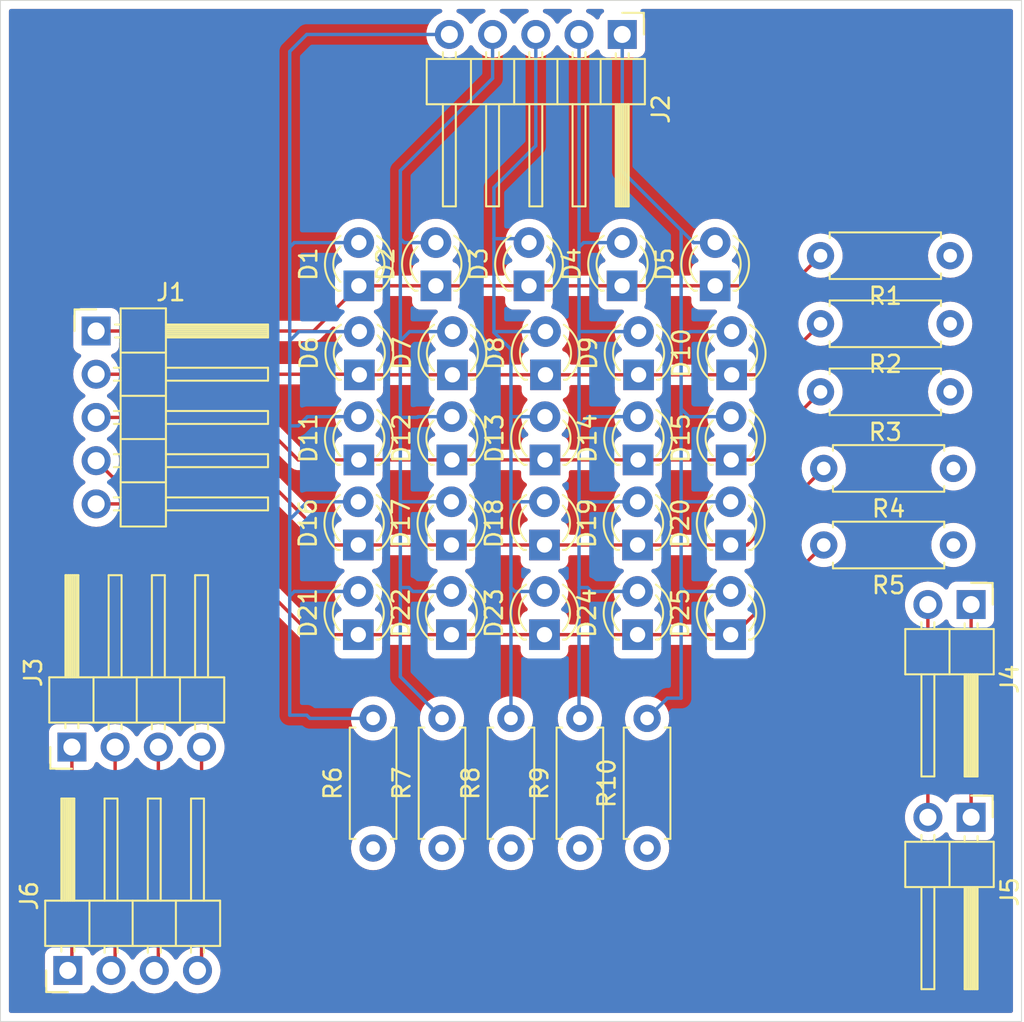
<source format=kicad_pcb>
(kicad_pcb (version 20240108) (generator "pcbnew") (generator_version "8.0")
  (layers (0 "F.Cu" signal) (31 "B.Cu" signal) (34 "B.Paste" user) (35 "F.Paste" user) (36 "B.SilkS" user "B.Silkscreen") (37 "F.SilkS" user "F.Silkscreen") (38 "B.Mask" user) (39 "F.Mask" user) (44 "Edge.Cuts" user))
  (net 0 "")
  (net 1 "Net-(D1-A)")
  (net 2 "Net-(D1-K)")
  (net 3 "Net-(D12-A)")
  (net 4 "Net-(D13-A)")
  (net 5 "Net-(D14-A)")
  (net 6 "Net-(D10-A)")
  (net 7 "Net-(D10-K)")
  (net 8 "Net-(D11-K)")
  (net 9 "Net-(D16-K)")
  (net 10 "Net-(D21-K)")
  (net 11 "Net-(J3-Pin_4)")
  (net 12 "Net-(J3-Pin_1)")
  (net 13 "Net-(J3-Pin_3)")
  (net 14 "Net-(J3-Pin_2)")
  (net 15 "Net-(J4-Pin_2)")
  (net 16 "Net-(J4-Pin_1)")
  (footprint "Resistor_THT:R_Axial_DIN0207_L6.3mm_D2.5mm_P7.62mm_Horizontal" (layer "F.Cu") (at 84.9 99.31 90)
    (property "Reference" "R6" (at 3.81 -2.37 90) (layer "F.SilkS"))
    (property "Value" "R_US")
    (pad "1" thru_hole circle (at 0 0 90) (size 1.6 1.6) (drill 0.8) (layers "*.Cu" "*.Mask"))
    (pad "2" thru_hole oval (at 7.62 0 90) (size 1.6 1.6) (drill 0.8) (layers "*.Cu" "*.Mask") (net 1 "Net-(D1-A)"))
  )
  (footprint "LED_THT:LED_D3.0mm_IRBlack" (layer "F.Cu") (at 84.09 71.5 90)
    (property "Reference" "D6" (at 1.27 -2.96 90) (layer "F.SilkS"))
    (property "Value" "IR204A")
    (pad "1" thru_hole rect (at 0 0 90) (size 1.8 1.8) (drill 0.9) (layers "*.Cu" "*.Mask") (net 7 "Net-(D10-K)"))
    (pad "2" thru_hole circle (at 2.54 0 90) (size 1.8 1.8) (drill 0.9) (layers "*.Cu" "*.Mask") (net 1 "Net-(D1-A)"))
  )
  (footprint "Resistor_THT:R_Axial_DIN0207_L6.3mm_D2.5mm_P7.62mm_Horizontal" (layer "F.Cu") (at 97.05 99.31 90)
    (property "Reference" "R9" (at 3.81 -2.37 90) (layer "F.SilkS"))
    (property "Value" "R_US")
    (pad "1" thru_hole circle (at 0 0 90) (size 1.6 1.6) (drill 0.8) (layers "*.Cu" "*.Mask"))
    (pad "2" thru_hole oval (at 7.62 0 90) (size 1.6 1.6) (drill 0.8) (layers "*.Cu" "*.Mask") (net 5 "Net-(D14-A)"))
  )
  (footprint "Resistor_THT:R_Axial_DIN0207_L6.3mm_D2.5mm_P7.62mm_Horizontal" (layer "F.Cu") (at 119 81.5 180)
    (property "Reference" "R5" (at 3.81 -2.37 360) (layer "F.SilkS"))
    (property "Value" "R_US")
    (pad "1" thru_hole circle (at 0 0 180) (size 1.6 1.6) (drill 0.8) (layers "*.Cu" "*.Mask"))
    (pad "2" thru_hole oval (at 7.62 0 180) (size 1.6 1.6) (drill 0.8) (layers "*.Cu" "*.Mask") (net 10 "Net-(D21-K)"))
  )
  (footprint "Resistor_THT:R_Axial_DIN0207_L6.3mm_D2.5mm_P7.62mm_Horizontal" (layer "F.Cu") (at 118.81 68.5 180)
    (property "Reference" "R2" (at 3.81 -2.37 360) (layer "F.SilkS"))
    (property "Value" "R_US")
    (pad "1" thru_hole circle (at 0 0 180) (size 1.6 1.6) (drill 0.8) (layers "*.Cu" "*.Mask"))
    (pad "2" thru_hole oval (at 7.62 0 180) (size 1.6 1.6) (drill 0.8) (layers "*.Cu" "*.Mask") (net 7 "Net-(D10-K)"))
  )
  (footprint "Resistor_THT:R_Axial_DIN0207_L6.3mm_D2.5mm_P7.62mm_Horizontal" (layer "F.Cu") (at 118.81 64.5 180)
    (property "Reference" "R1" (at 3.81 -2.37 0) (layer "F.SilkS"))
    (property "Value" "R_US")
    (pad "1" thru_hole circle (at 0 0 180) (size 1.6 1.6) (drill 0.8) (layers "*.Cu" "*.Mask"))
    (pad "2" thru_hole oval (at 7.62 0 180) (size 1.6 1.6) (drill 0.8) (layers "*.Cu" "*.Mask") (net 2 "Net-(D1-K)"))
  )
  (footprint "LED_THT:LED_D3.0mm_IRBlack" (layer "F.Cu") (at 84.03 81.5 90)
    (property "Reference" "D16" (at 1.27 -2.96 90) (layer "F.SilkS"))
    (property "Value" "IR204A")
    (pad "1" thru_hole rect (at 0 0 90) (size 1.8 1.8) (drill 0.9) (layers "*.Cu" "*.Mask") (net 9 "Net-(D16-K)"))
    (pad "2" thru_hole circle (at 2.54 0 90) (size 1.8 1.8) (drill 0.9) (layers "*.Cu" "*.Mask") (net 1 "Net-(D1-A)"))
  )
  (footprint "LED_THT:LED_D3.0mm_IRBlack" (layer "F.Cu") (at 89.5 81.5 90)
    (property "Reference" "D17" (at 1.27 -2.96 90) (layer "F.SilkS"))
    (property "Value" "IR204A")
    (pad "1" thru_hole rect (at 0 0 90) (size 1.8 1.8) (drill 0.9) (layers "*.Cu" "*.Mask") (net 9 "Net-(D16-K)"))
    (pad "2" thru_hole circle (at 2.54 0 90) (size 1.8 1.8) (drill 0.9) (layers "*.Cu" "*.Mask") (net 3 "Net-(D12-A)"))
  )
  (footprint "Connector_PinHeader_2.54mm:PinHeader_1x05_P2.54mm_Horizontal" (layer "F.Cu") (at 99.54 51.5 -90)
    (property "Reference" "J2" (at 4.385 -2.27 90) (layer "F.SilkS"))
    (property "Value" "Conn_01x05_Pin")
    (pad "1" thru_hole rect (at 0 0 270) (size 1.7 1.7) (drill 1) (layers "*.Cu" "*.Mask") (net 6 "Net-(D10-A)"))
    (pad "2" thru_hole oval (at 0 2.54 270) (size 1.7 1.7) (drill 1) (layers "*.Cu" "*.Mask") (net 5 "Net-(D14-A)"))
    (pad "3" thru_hole oval (at 0 5.08 270) (size 1.7 1.7) (drill 1) (layers "*.Cu" "*.Mask") (net 4 "Net-(D13-A)"))
    (pad "4" thru_hole oval (at 0 7.62 270) (size 1.7 1.7) (drill 1) (layers "*.Cu" "*.Mask") (net 3 "Net-(D12-A)"))
    (pad "5" thru_hole oval (at 0 10.16 270) (size 1.7 1.7) (drill 1) (layers "*.Cu" "*.Mask") (net 1 "Net-(D1-A)"))
  )
  (footprint "LED_THT:LED_D3.0mm_IRBlack" (layer "F.Cu") (at 94.97 86.77 90)
    (property "Reference" "D23" (at 1.27 -2.96 90) (layer "F.SilkS"))
    (property "Value" "IR204A")
    (pad "1" thru_hole rect (at 0 0 90) (size 1.8 1.8) (drill 0.9) (layers "*.Cu" "*.Mask") (net 10 "Net-(D21-K)"))
    (pad "2" thru_hole circle (at 2.54 0 90) (size 1.8 1.8) (drill 0.9) (layers "*.Cu" "*.Mask") (net 4 "Net-(D13-A)"))
  )
  (footprint "LED_THT:LED_D3.0mm_IRBlack" (layer "F.Cu") (at 100.47 76.5 90)
    (property "Reference" "D14" (at 1.27 -2.96 90) (layer "F.SilkS"))
    (property "Value" "IR204A")
    (pad "1" thru_hole rect (at 0 0 90) (size 1.8 1.8) (drill 0.9) (layers "*.Cu" "*.Mask") (net 8 "Net-(D11-K)"))
    (pad "2" thru_hole circle (at 2.54 0 90) (size 1.8 1.8) (drill 0.9) (layers "*.Cu" "*.Mask") (net 5 "Net-(D14-A)"))
  )
  (footprint "LED_THT:LED_D3.0mm_IRBlack" (layer "F.Cu") (at 105.97 71.5 90)
    (property "Reference" "D10" (at 1.27 -2.96 90) (layer "F.SilkS"))
    (property "Value" "IR204A")
    (pad "1" thru_hole rect (at 0 0 90) (size 1.8 1.8) (drill 0.9) (layers "*.Cu" "*.Mask") (net 7 "Net-(D10-K)"))
    (pad "2" thru_hole circle (at 2.54 0 90) (size 1.8 1.8) (drill 0.9) (layers "*.Cu" "*.Mask") (net 6 "Net-(D10-A)"))
  )
  (footprint "LED_THT:LED_D3.0mm_IRBlack" (layer "F.Cu") (at 84.06 66.27 90)
    (property "Reference" "D1" (at 1.27 -2.96 90) (layer "F.SilkS"))
    (property "Value" "IR204A")
    (pad "1" thru_hole rect (at 0 0 90) (size 1.8 1.8) (drill 0.9) (layers "*.Cu" "*.Mask") (net 2 "Net-(D1-K)"))
    (pad "2" thru_hole circle (at 2.54 0 90) (size 1.8 1.8) (drill 0.9) (layers "*.Cu" "*.Mask") (net 1 "Net-(D1-A)"))
  )
  (footprint "Connector_PinHeader_2.54mm:PinHeader_1x04_P2.54mm_Horizontal" (layer "F.Cu") (at 67.2 93.375 90)
    (property "Reference" "J3" (at 4.385 -2.27 90) (layer "F.SilkS"))
    (property "Value" "Conn_01x04_Pin")
    (pad "1" thru_hole rect (at 0 0 90) (size 1.7 1.7) (drill 1) (layers "*.Cu" "*.Mask") (net 12 "Net-(J3-Pin_1)"))
    (pad "2" thru_hole oval (at 0 2.54 90) (size 1.7 1.7) (drill 1) (layers "*.Cu" "*.Mask") (net 14 "Net-(J3-Pin_2)"))
    (pad "3" thru_hole oval (at 0 5.08 90) (size 1.7 1.7) (drill 1) (layers "*.Cu" "*.Mask") (net 13 "Net-(J3-Pin_3)"))
    (pad "4" thru_hole oval (at 0 7.62 90) (size 1.7 1.7) (drill 1) (layers "*.Cu" "*.Mask") (net 11 "Net-(J3-Pin_4)"))
  )
  (footprint "LED_THT:LED_D3.0mm_IRBlack" (layer "F.Cu") (at 95 76.5 90)
    (property "Reference" "D13" (at 1.27 -2.96 90) (layer "F.SilkS"))
    (property "Value" "IR204A")
    (pad "1" thru_hole rect (at 0 0 90) (size 1.8 1.8) (drill 0.9) (layers "*.Cu" "*.Mask") (net 8 "Net-(D11-K)"))
    (pad "2" thru_hole circle (at 2.54 0 90) (size 1.8 1.8) (drill 0.9) (layers "*.Cu" "*.Mask") (net 4 "Net-(D13-A)"))
  )
  (footprint "LED_THT:LED_D3.0mm_IRBlack" (layer "F.Cu") (at 88.59 66.27 90)
    (property "Reference" "D2" (at 1.27 -2.96 90) (layer "F.SilkS"))
    (property "Value" "IR204A")
    (pad "1" thru_hole rect (at 0 0 90) (size 1.8 1.8) (drill 0.9) (layers "*.Cu" "*.Mask") (net 2 "Net-(D1-K)"))
    (pad "2" thru_hole circle (at 2.54 0 90) (size 1.8 1.8) (drill 0.9) (layers "*.Cu" "*.Mask") (net 3 "Net-(D12-A)"))
  )
  (footprint "LED_THT:LED_D3.0mm_IRBlack" (layer "F.Cu") (at 84.06 76.5 90)
    (property "Reference" "D11" (at 1.27 -2.96 90) (layer "F.SilkS"))
    (property "Value" "IR204A")
    (pad "1" thru_hole rect (at 0 0 90) (size 1.8 1.8) (drill 0.9) (layers "*.Cu" "*.Mask") (net 8 "Net-(D11-K)"))
    (pad "2" thru_hole circle (at 2.54 0 90) (size 1.8 1.8) (drill 0.9) (layers "*.Cu" "*.Mask") (net 1 "Net-(D1-A)"))
  )
  (footprint "LED_THT:LED_D3.0mm_IRBlack" (layer "F.Cu") (at 105.94 76.5 90)
    (property "Reference" "D15" (at 1.27 -2.96 90) (layer "F.SilkS"))
    (property "Value" "IR204A")
    (pad "1" thru_hole rect (at 0 0 90) (size 1.8 1.8) (drill 0.9) (layers "*.Cu" "*.Mask") (net 8 "Net-(D11-K)"))
    (pad "2" thru_hole circle (at 2.54 0 90) (size 1.8 1.8) (drill 0.9) (layers "*.Cu" "*.Mask") (net 6 "Net-(D10-A)"))
  )
  (footprint "LED_THT:LED_D3.0mm_IRBlack" (layer "F.Cu") (at 100.44 86.77 90)
    (property "Reference" "D24" (at 1.27 -2.96 90) (layer "F.SilkS"))
    (property "Value" "IR204A")
    (pad "1" thru_hole rect (at 0 0 90) (size 1.8 1.8) (drill 0.9) (layers "*.Cu" "*.Mask") (net 10 "Net-(D21-K)"))
    (pad "2" thru_hole circle (at 2.54 0 90) (size 1.8 1.8) (drill 0.9) (layers "*.Cu" "*.Mask") (net 5 "Net-(D14-A)"))
  )
  (footprint "Resistor_THT:R_Axial_DIN0207_L6.3mm_D2.5mm_P7.62mm_Horizontal" (layer "F.Cu") (at 88.95 99.31 90)
    (property "Reference" "R7" (at 3.81 -2.37 90) (layer "F.SilkS"))
    (property "Value" "R_US")
    (pad "1" thru_hole circle (at 0 0 90) (size 1.6 1.6) (drill 0.8) (layers "*.Cu" "*.Mask"))
    (pad "2" thru_hole oval (at 7.62 0 90) (size 1.6 1.6) (drill 0.8) (layers "*.Cu" "*.Mask") (net 3 "Net-(D12-A)"))
  )
  (footprint "LED_THT:LED_D3.0mm_IRBlack" (layer "F.Cu") (at 84.03 86.77 90)
    (property "Reference" "D21" (at 1.27 -2.96 90) (layer "F.SilkS"))
    (property "Value" "IR204A")
    (pad "1" thru_hole rect (at 0 0 90) (size 1.8 1.8) (drill 0.9) (layers "*.Cu" "*.Mask") (net 10 "Net-(D21-K)"))
    (pad "2" thru_hole circle (at 2.54 0 90) (size 1.8 1.8) (drill 0.9) (layers "*.Cu" "*.Mask") (net 1 "Net-(D1-A)"))
  )
  (footprint "LED_THT:LED_D3.0mm_IRBlack" (layer "F.Cu") (at 94.97 81.5 90)
    (property "Reference" "D18" (at 1.27 -2.96 90) (layer "F.SilkS"))
    (property "Value" "IR204A")
    (pad "1" thru_hole rect (at 0 0 90) (size 1.8 1.8) (drill 0.9) (layers "*.Cu" "*.Mask") (net 9 "Net-(D16-K)"))
    (pad "2" thru_hole circle (at 2.54 0 90) (size 1.8 1.8) (drill 0.9) (layers "*.Cu" "*.Mask") (net 4 "Net-(D13-A)"))
  )
  (footprint "LED_THT:LED_D3.0mm_IRBlack" (layer "F.Cu") (at 100.5 71.5 90)
    (property "Reference" "D9" (at 1.27 -2.96 90) (layer "F.SilkS"))
    (property "Value" "IR204A")
    (pad "1" thru_hole rect (at 0 0 90) (size 1.8 1.8) (drill 0.9) (layers "*.Cu" "*.Mask") (net 7 "Net-(D10-K)"))
    (pad "2" thru_hole circle (at 2.54 0 90) (size 1.8 1.8) (drill 0.9) (layers "*.Cu" "*.Mask") (net 5 "Net-(D14-A)"))
  )
  (footprint "LED_THT:LED_D3.0mm_IRBlack" (layer "F.Cu") (at 99.53 66.27 90)
    (property "Reference" "D4" (at 1.27 -2.96 90) (layer "F.SilkS"))
    (property "Value" "IR204A")
    (pad "1" thru_hole rect (at 0 0 90) (size 1.8 1.8) (drill 0.9) (layers "*.Cu" "*.Mask") (net 2 "Net-(D1-K)"))
    (pad "2" thru_hole circle (at 2.54 0 90) (size 1.8 1.8) (drill 0.9) (layers "*.Cu" "*.Mask") (net 5 "Net-(D14-A)"))
  )
  (footprint "Resistor_THT:R_Axial_DIN0207_L6.3mm_D2.5mm_P7.62mm_Horizontal" (layer "F.Cu") (at 118.81 72.5 180)
    (property "Reference" "R3" (at 3.81 -2.37 360) (layer "F.SilkS"))
    (property "Value" "R_US")
    (pad "1" thru_hole circle (at 0 0 180) (size 1.6 1.6) (drill 0.8) (layers "*.Cu" "*.Mask"))
    (pad "2" thru_hole oval (at 7.62 0 180) (size 1.6 1.6) (drill 0.8) (layers "*.Cu" "*.Mask") (net 8 "Net-(D11-K)"))
  )
  (footprint "LED_THT:LED_D3.0mm_IRBlack" (layer "F.Cu") (at 89.56 71.5 90)
    (property "Reference" "D7" (at 1.27 -2.96 90) (layer "F.SilkS"))
    (property "Value" "IR204A")
    (pad "1" thru_hole rect (at 0 0 90) (size 1.8 1.8) (drill 0.9) (layers "*.Cu" "*.Mask") (net 7 "Net-(D10-K)"))
    (pad "2" thru_hole circle (at 2.54 0 90) (size 1.8 1.8) (drill 0.9) (layers "*.Cu" "*.Mask") (net 3 "Net-(D12-A)"))
  )
  (footprint "Resistor_THT:R_Axial_DIN0207_L6.3mm_D2.5mm_P7.62mm_Horizontal" (layer "F.Cu") (at 101 99.31 90)
    (property "Reference" "R10" (at 3.81 -2.37 90) (layer "F.SilkS"))
    (property "Value" "R_US")
    (pad "1" thru_hole circle (at 0 0 90) (size 1.6 1.6) (drill 0.8) (layers "*.Cu" "*.Mask"))
    (pad "2" thru_hole oval (at 7.62 0 90) (size 1.6 1.6) (drill 0.8) (layers "*.Cu" "*.Mask") (net 6 "Net-(D10-A)"))
  )
  (footprint "Connector_PinHeader_2.54mm:PinHeader_1x02_P2.54mm_Horizontal" (layer "F.Cu") (at 120.04 85 -90)
    (property "Reference" "J4" (at 4.385 -2.27 90) (layer "F.SilkS"))
    (property "Value" "Conn_01x02_Pin")
    (pad "1" thru_hole rect (at 0 0 270) (size 1.7 1.7) (drill 1) (layers "*.Cu" "*.Mask") (net 16 "Net-(J4-Pin_1)"))
    (pad "2" thru_hole oval (at 0 2.54 270) (size 1.7 1.7) (drill 1) (layers "*.Cu" "*.Mask") (net 15 "Net-(J4-Pin_2)"))
  )
  (footprint "LED_THT:LED_D3.0mm_IRBlack" (layer "F.Cu") (at 100.44 81.5 90)
    (property "Reference" "D19" (at 1.27 -2.96 90) (layer "F.SilkS"))
    (property "Value" "IR204A")
    (pad "1" thru_hole rect (at 0 0 90) (size 1.8 1.8) (drill 0.9) (layers "*.Cu" "*.Mask") (net 9 "Net-(D16-K)"))
    (pad "2" thru_hole circle (at 2.54 0 90) (size 1.8 1.8) (drill 0.9) (layers "*.Cu" "*.Mask") (net 5 "Net-(D14-A)"))
  )
  (footprint "LED_THT:LED_D3.0mm_IRBlack" (layer "F.Cu") (at 89.53 76.5 90)
    (property "Reference" "D12" (at 1.27 -2.96 90) (layer "F.SilkS"))
    (property "Value" "IR204A")
    (pad "1" thru_hole rect (at 0 0 90) (size 1.8 1.8) (drill 0.9) (layers "*.Cu" "*.Mask") (net 8 "Net-(D11-K)"))
    (pad "2" thru_hole circle (at 2.54 0 90) (size 1.8 1.8) (drill 0.9) (layers "*.Cu" "*.Mask") (net 3 "Net-(D12-A)"))
  )
  (footprint "LED_THT:LED_D3.0mm_IRBlack" (layer "F.Cu") (at 105.91 86.77 90)
    (property "Reference" "D25" (at 1.27 -2.96 90) (layer "F.SilkS"))
    (property "Value" "IR204A")
    (pad "1" thru_hole rect (at 0 0 90) (size 1.8 1.8) (drill 0.9) (layers "*.Cu" "*.Mask") (net 10 "Net-(D21-K)"))
    (pad "2" thru_hole circle (at 2.54 0 90) (size 1.8 1.8) (drill 0.9) (layers "*.Cu" "*.Mask") (net 6 "Net-(D10-A)"))
  )
  (footprint "LED_THT:LED_D3.0mm_IRBlack" (layer "F.Cu") (at 89.5 86.77 90)
    (property "Reference" "D22" (at 1.27 -2.96 90) (layer "F.SilkS"))
    (property "Value" "IR204A")
    (pad "1" thru_hole rect (at 0 0 90) (size 1.8 1.8) (drill 0.9) (layers "*.Cu" "*.Mask") (net 10 "Net-(D21-K)"))
    (pad "2" thru_hole circle (at 2.54 0 90) (size 1.8 1.8) (drill 0.9) (layers "*.Cu" "*.Mask") (net 3 "Net-(D12-A)"))
  )
  (footprint "LED_THT:LED_D3.0mm_IRBlack" (layer "F.Cu") (at 105 66.27 90)
    (property "Reference" "D5" (at 1.27 -2.96 90) (layer "F.SilkS"))
    (property "Value" "IR204A")
    (pad "1" thru_hole rect (at 0 0 90) (size 1.8 1.8) (drill 0.9) (layers "*.Cu" "*.Mask") (net 2 "Net-(D1-K)"))
    (pad "2" thru_hole circle (at 2.54 0 90) (size 1.8 1.8) (drill 0.9) (layers "*.Cu" "*.Mask") (net 6 "Net-(D10-A)"))
  )
  (footprint "LED_THT:LED_D3.0mm_IRBlack" (layer "F.Cu") (at 95.03 71.5 90)
    (property "Reference" "D8" (at 1.27 -2.96 90) (layer "F.SilkS"))
    (property "Value" "IR204A")
    (pad "1" thru_hole rect (at 0 0 90) (size 1.8 1.8) (drill 0.9) (layers "*.Cu" "*.Mask") (net 7 "Net-(D10-K)"))
    (pad "2" thru_hole circle (at 2.54 0 90) (size 1.8 1.8) (drill 0.9) (layers "*.Cu" "*.Mask") (net 4 "Net-(D13-A)"))
  )
  (footprint "Connector_PinHeader_2.54mm:PinHeader_1x04_P2.54mm_Horizontal" (layer "F.Cu") (at 66.96 106.5 90)
    (property "Reference" "J6" (at 4.385 -2.27 90) (layer "F.SilkS"))
    (property "Value" "Conn_01x04_Pin")
    (pad "1" thru_hole rect (at 0 0 90) (size 1.7 1.7) (drill 1) (layers "*.Cu" "*.Mask") (net 12 "Net-(J3-Pin_1)"))
    (pad "2" thru_hole oval (at 0 2.54 90) (size 1.7 1.7) (drill 1) (layers "*.Cu" "*.Mask") (net 14 "Net-(J3-Pin_2)"))
    (pad "3" thru_hole oval (at 0 5.08 90) (size 1.7 1.7) (drill 1) (layers "*.Cu" "*.Mask") (net 13 "Net-(J3-Pin_3)"))
    (pad "4" thru_hole oval (at 0 7.62 90) (size 1.7 1.7) (drill 1) (layers "*.Cu" "*.Mask") (net 11 "Net-(J3-Pin_4)"))
  )
  (footprint "Resistor_THT:R_Axial_DIN0207_L6.3mm_D2.5mm_P7.62mm_Horizontal" (layer "F.Cu") (at 119 77 180)
    (property "Reference" "R4" (at 3.81 -2.37 360) (layer "F.SilkS"))
    (property "Value" "R_US")
    (pad "1" thru_hole circle (at 0 0 180) (size 1.6 1.6) (drill 0.8) (layers "*.Cu" "*.Mask"))
    (pad "2" thru_hole oval (at 7.62 0 180) (size 1.6 1.6) (drill 0.8) (layers "*.Cu" "*.Mask") (net 9 "Net-(D16-K)"))
  )
  (footprint "Connector_PinHeader_2.54mm:PinHeader_1x05_P2.54mm_Horizontal" (layer "F.Cu") (at 68.625 68.925)
    (property "Reference" "J1" (at 4.385 -2.27 360) (layer "F.SilkS"))
    (property "Value" "Conn_01x05_Pin")
    (pad "1" thru_hole rect (at 0 0) (size 1.7 1.7) (drill 1) (layers "*.Cu" "*.Mask") (net 2 "Net-(D1-K)"))
    (pad "2" thru_hole oval (at 0 2.54) (size 1.7 1.7) (drill 1) (layers "*.Cu" "*.Mask") (net 7 "Net-(D10-K)"))
    (pad "3" thru_hole oval (at 0 5.08) (size 1.7 1.7) (drill 1) (layers "*.Cu" "*.Mask") (net 8 "Net-(D11-K)"))
    (pad "4" thru_hole oval (at 0 7.62) (size 1.7 1.7) (drill 1) (layers "*.Cu" "*.Mask") (net 9 "Net-(D16-K)"))
    (pad "5" thru_hole oval (at 0 10.16) (size 1.7 1.7) (drill 1) (layers "*.Cu" "*.Mask") (net 10 "Net-(D21-K)"))
  )
  (footprint "Resistor_THT:R_Axial_DIN0207_L6.3mm_D2.5mm_P7.62mm_Horizontal" (layer "F.Cu") (at 93 99.31 90)
    (property "Reference" "R8" (at 3.81 -2.37 90) (layer "F.SilkS"))
    (property "Value" "R_US")
    (pad "1" thru_hole circle (at 0 0 90) (size 1.6 1.6) (drill 0.8) (layers "*.Cu" "*.Mask"))
    (pad "2" thru_hole oval (at 7.62 0 90) (size 1.6 1.6) (drill 0.8) (layers "*.Cu" "*.Mask") (net 4 "Net-(D13-A)"))
  )
  (footprint "LED_THT:LED_D3.0mm_IRBlack" (layer "F.Cu") (at 105.91 81.5 90)
    (property "Reference" "D20" (at 1.27 -2.96 90) (layer "F.SilkS"))
    (property "Value" "IR204A")
    (pad "1" thru_hole rect (at 0 0 90) (size 1.8 1.8) (drill 0.9) (layers "*.Cu" "*.Mask") (net 9 "Net-(D16-K)"))
    (pad "2" thru_hole circle (at 2.54 0 90) (size 1.8 1.8) (drill 0.9) (layers "*.Cu" "*.Mask") (net 6 "Net-(D10-A)"))
  )
  (footprint "LED_THT:LED_D3.0mm_IRBlack" (layer "F.Cu") (at 94.06 66.27 90)
    (property "Reference" "D3" (at 1.27 -2.96 90) (layer "F.SilkS"))
    (property "Value" "IR204A")
    (pad "1" thru_hole rect (at 0 0 90) (size 1.8 1.8) (drill 0.9) (layers "*.Cu" "*.Mask") (net 2 "Net-(D1-K)"))
    (pad "2" thru_hole circle (at 2.54 0 90) (size 1.8 1.8) (drill 0.9) (layers "*.Cu" "*.Mask") (net 4 "Net-(D13-A)"))
  )
  (footprint "Connector_PinHeader_2.54mm:PinHeader_1x02_P2.54mm_Horizontal" (layer "F.Cu") (at 120.04 97.5 -90)
    (property "Reference" "J5" (at 4.385 -2.27 90) (layer "F.SilkS"))
    (property "Value" "Conn_01x02_Pin")
    (pad "1" thru_hole rect (at 0 0 270) (size 1.7 1.7) (drill 1) (layers "*.Cu" "*.Mask") (net 16 "Net-(J4-Pin_1)"))
    (pad "2" thru_hole oval (at 0 2.54 270) (size 1.7 1.7) (drill 1) (layers "*.Cu" "*.Mask") (net 15 "Net-(J4-Pin_2)"))
  )
  (gr_rect (start 63 49.5) (end 123 109.5) (stroke (width 0.05)) (fill none) (layer "Edge.Cuts"))
  (segment (start 80 84.5) (end 80.27 84.23) (width 0.2) (layer "B.Cu") (net 1))
  (segment (start 80 91.5) (end 81 91.5) (width 0.2) (layer "B.Cu") (net 1))
  (segment (start 80.27 63.73) (end 84.06 63.73) (width 0.2) (layer "B.Cu") (net 1))
  (segment (start 80 74.5) (end 80.5 74.5) (width 0.2) (layer "B.Cu") (net 1))
  (segment (start 81.19 91.69) (end 84.9 91.69) (width 0.2) (layer "B.Cu") (net 1))
  (segment (start 80 74.5) (end 80 80) (width 0.2) (layer "B.Cu") (net 1))
  (segment (start 81.04 78.96) (end 84.03 78.96) (width 0.2) (layer "B.Cu") (net 1))
  (segment (start 80 80) (end 80 84.5) (width 0.2) (layer "B.Cu") (net 1))
  (segment (start 80 64) (end 80.27 63.73) (width 0.2) (layer "B.Cu") (net 1))
  (segment (start 80 69.5) (end 80.54 68.96) (width 0.2) (layer "B.Cu") (net 1))
  (segment (start 80 69.5) (end 80 74.5) (width 0.2) (layer "B.Cu") (net 1))
  (segment (start 81.04 73.96) (end 84.06 73.96) (width 0.2) (layer "B.Cu") (net 1))
  (segment (start 80 64) (end 80 69.5) (width 0.2) (layer "B.Cu") (net 1))
  (segment (start 80 80) (end 81.04 78.96) (width 0.2) (layer "B.Cu") (net 1))
  (segment (start 80 52.5) (end 80 64) (width 0.2) (layer "B.Cu") (net 1))
  (segment (start 80.5 74.5) (end 81.04 73.96) (width 0.2) (layer "B.Cu") (net 1))
  (segment (start 80 84.5) (end 80 91.5) (width 0.2) (layer "B.Cu") (net 1))
  (segment (start 89.38 51.5) (end 81 51.5) (width 0.2) (layer "B.Cu") (net 1))
  (segment (start 81 51.5) (end 80 52.5) (width 0.2) (layer "B.Cu") (net 1))
  (segment (start 80.54 68.96) (end 84.09 68.96) (width 0.2) (layer "B.Cu") (net 1))
  (segment (start 81 91.5) (end 81.19 91.69) (width 0.2) (layer "B.Cu") (net 1))
  (segment (start 80.27 84.23) (end 84.03 84.23) (width 0.2) (layer "B.Cu") (net 1))
  (segment (start 105 66.27) (end 109.42 66.27) (width 0.2) (layer "F.Cu") (net 2))
  (segment (start 94.06 66.27) (end 99.53 66.27) (width 0.2) (layer "F.Cu") (net 2))
  (segment (start 81.405 68.925) (end 84.06 66.27) (width 0.2) (layer "F.Cu") (net 2))
  (segment (start 99.53 66.27) (end 105 66.27) (width 0.2) (layer "F.Cu") (net 2))
  (segment (start 109.42 66.27) (end 111.19 64.5) (width 0.2) (layer "F.Cu") (net 2))
  (segment (start 84.06 66.27) (end 88.59 66.27) (width 0.2) (layer "F.Cu") (net 2))
  (segment (start 88.59 66.27) (end 94.06 66.27) (width 0.2) (layer "F.Cu") (net 2))
  (segment (start 68.625 68.925) (end 81.405 68.925) (width 0.2) (layer "F.Cu") (net 2))
  (segment (start 86.5 79) (end 86.54 78.96) (width 0.2) (layer "B.Cu") (net 3))
  (segment (start 86.5 59.5) (end 86.5 63.5) (width 0.2) (layer "B.Cu") (net 3))
  (segment (start 91.92 51.5) (end 91.92 54.08) (width 0.2) (layer "B.Cu") (net 3))
  (segment (start 86.5 69.5) (end 87.04 68.96) (width 0.2) (layer "B.Cu") (net 3))
  (segment (start 87.23 84.23) (end 89.5 84.23) (width 0.2) (layer "B.Cu") (net 3))
  (segment (start 86.73 63.73) (end 88.59 63.73) (width 0.2) (layer "B.Cu") (net 3))
  (segment (start 86.5 74) (end 87.5 74) (width 0.2) (layer "B.Cu") (net 3))
  (segment (start 86.5 63.5) (end 86.73 63.73) (width 0.2) (layer "B.Cu") (net 3))
  (segment (start 86.54 78.96) (end 89.5 78.96) (width 0.2) (layer "B.Cu") (net 3))
  (segment (start 87 84) (end 87.23 84.23) (width 0.2) (layer "B.Cu") (net 3))
  (segment (start 86.5 84) (end 87 84) (width 0.2) (layer "B.Cu") (net 3))
  (segment (start 87.54 73.96) (end 89.53 73.96) (width 0.2) (layer "B.Cu") (net 3))
  (segment (start 86.5 69.5) (end 86.5 74) (width 0.2) (layer "B.Cu") (net 3))
  (segment (start 86.5 84) (end 86.5 89.24) (width 0.2) (layer "B.Cu") (net 3))
  (segment (start 86.5 79) (end 86.5 84) (width 0.2) (layer "B.Cu") (net 3))
  (segment (start 87.5 74) (end 87.54 73.96) (width 0.2) (layer "B.Cu") (net 3))
  (segment (start 86.5 89.24) (end 88.95 91.69) (width 0.2) (layer "B.Cu") (net 3))
  (segment (start 87.04 68.96) (end 89.56 68.96) (width 0.2) (layer "B.Cu") (net 3))
  (segment (start 91.92 54.08) (end 86.5 59.5) (width 0.2) (layer "B.Cu") (net 3))
  (segment (start 86.5 63.5) (end 86.5 69.5) (width 0.2) (layer "B.Cu") (net 3))
  (segment (start 86.5 74) (end 86.5 79) (width 0.2) (layer "B.Cu") (net 3))
  (segment (start 93.04 78.96) (end 94.97 78.96) (width 0.2) (layer "B.Cu") (net 4))
  (segment (start 93 79) (end 93.04 78.96) (width 0.2) (layer "B.Cu") (net 4))
  (segment (start 93 74.5) (end 93 74) (width 0.2) (layer "B.Cu") (net 4))
  (segment (start 92 63.5) (end 93.83 63.5) (width 0.2) (layer "B.Cu") (net 4))
  (segment (start 93.23 84.23) (end 94.97 84.23) (width 0.2) (layer "B.Cu") (net 4))
  (segment (start 94.46 58.04) (end 92 60.5) (width 0.2) (layer "B.Cu") (net 4))
  (segment (start 93 84) (end 93 91.69) (width 0.2) (layer "B.Cu") (net 4))
  (segment (start 93 84) (end 93.23 84.23) (width 0.2) (layer "B.Cu") (net 4))
  (segment (start 92 60.5) (end 92 63.5) (width 0.2) (layer "B.Cu") (net 4))
  (segment (start 93 79) (end 93 84) (width 0.2) (layer "B.Cu") (net 4))
  (segment (start 93.83 63.5) (end 94.06 63.73) (width 0.2) (layer "B.Cu") (net 4))
  (segment (start 92 69) (end 93 70) (width 0.2) (layer "B.Cu") (net 4))
  (segment (start 93.04 73.96) (end 95 73.96) (width 0.2) (layer "B.Cu") (net 4))
  (segment (start 92 63.5) (end 92 69) (width 0.2) (layer "B.Cu") (net 4))
  (segment (start 93 74) (end 93.04 73.96) (width 0.2) (layer "B.Cu") (net 4))
  (segment (start 92.04 68.96) (end 95.03 68.96) (width 0.2) (layer "B.Cu") (net 4))
  (segment (start 94.46 51.5) (end 94.46 58.04) (width 0.2) (layer "B.Cu") (net 4))
  (segment (start 92 69) (end 92.04 68.96) (width 0.2) (layer "B.Cu") (net 4))
  (segment (start 93 70) (end 93 74.5) (width 0.2) (layer "B.Cu") (net 4))
  (segment (start 93 74.5) (end 93 79) (width 0.2) (layer "B.Cu") (net 4))
  (segment (start 97 74.5) (end 97 79) (width 0.2) (layer "B.Cu") (net 5))
  (segment (start 97 69) (end 97.04 68.96) (width 0.2) (layer "B.Cu") (net 5))
  (segment (start 97.04 78.96) (end 100.44 78.96) (width 0.2) (layer "B.Cu") (net 5))
  (segment (start 97 79) (end 97.04 78.96) (width 0.2) (layer "B.Cu") (net 5))
  (segment (start 97.54 73.96) (end 100.47 73.96) (width 0.2) (layer "B.Cu") (net 5))
  (segment (start 97 84) (end 97.5 84) (width 0.2) (layer "B.Cu") (net 5))
  (segment (start 97 64) (end 97.27 63.73) (width 0.2) (layer "B.Cu") (net 5))
  (segment (start 97 74.5) (end 97.54 73.96) (width 0.2) (layer "B.Cu") (net 5))
  (segment (start 97.27 63.73) (end 99.53 63.73) (width 0.2) (layer "B.Cu") (net 5))
  (segment (start 97 79) (end 97 84) (width 0.2) (layer "B.Cu") (net 5))
  (segment (start 97.5 84) (end 97.73 84.23) (width 0.2) (layer "B.Cu") (net 5))
  (segment (start 97 64) (end 97 69) (width 0.2) (layer "B.Cu") (net 5))
  (segment (start 97 84) (end 97 91.64) (width 0.2) (layer "B.Cu") (net 5))
  (segment (start 97 51.5) (end 97 64) (width 0.2) (layer "B.Cu") (net 5))
  (segment (start 97 91.64) (end 97.05 91.69) (width 0.2) (layer "B.Cu") (net 5))
  (segment (start 97.73 84.23) (end 100.44 84.23) (width 0.2) (layer "B.Cu") (net 5))
  (segment (start 97 69) (end 97 74.5) (width 0.2) (layer "B.Cu") (net 5))
  (segment (start 97.04 68.96) (end 100.5 68.96) (width 0.2) (layer "B.Cu") (net 5))
  (segment (start 103 84) (end 103 90.5) (width 0.2) (layer "B.Cu") (net 6))
  (segment (start 103 84) (end 103.23 84.23) (width 0.2) (layer "B.Cu") (net 6))
  (segment (start 103 63) (end 103.73 63.73) (width 0.2) (layer "B.Cu") (net 6))
  (segment (start 103.23 84.23) (end 105.91 84.23) (width 0.2) (layer "B.Cu") (net 6))
  (segment (start 103.46 73.96) (end 105.94 73.96) (width 0.2) (layer "B.Cu") (net 6))
  (segment (start 103 63) (end 103 69) (width 0.2) (layer "B.Cu") (net 6))
  (segment (start 101 91.69) (end 102.19 90.5) (width 0.2) (layer "B.Cu") (net 6))
  (segment (start 103 73.5) (end 103.46 73.96) (width 0.2) (layer "B.Cu") (net 6))
  (segment (start 103.54 68.96) (end 105.97 68.96) (width 0.2) (layer "B.Cu") (net 6))
  (segment (start 103.5 69) (end 103.54 68.96) (width 0.2) (layer "B.Cu") (net 6))
  (segment (start 99.54 51.5) (end 99.54 59.54) (width 0.2) (layer "B.Cu") (net 6))
  (segment (start 103 73.5) (end 103 79) (width 0.2) (layer "B.Cu") (net 6))
  (segment (start 103.73 63.73) (end 105 63.73) (width 0.2) (layer "B.Cu") (net 6))
  (segment (start 103 79) (end 103 84) (width 0.2) (layer "B.Cu") (net 6))
  (segment (start 99.54 59.54) (end 103 63) (width 0.2) (layer "B.Cu") (net 6))
  (segment (start 103 69) (end 103 73.5) (width 0.2) (layer "B.Cu") (net 6))
  (segment (start 102.19 90.5) (end 103 90.5) (width 0.2) (layer "B.Cu") (net 6))
  (segment (start 103 69) (end 103.5 69) (width 0.2) (layer "B.Cu") (net 6))
  (segment (start 103 79) (end 103.04 78.96) (width 0.2) (layer "B.Cu") (net 6))
  (segment (start 103.04 78.96) (end 105.91 78.96) (width 0.2) (layer "B.Cu") (net 6))
  (segment (start 89.56 71.5) (end 95.03 71.5) (width 0.2) (layer "F.Cu") (net 7))
  (segment (start 108.19 71.5) (end 111.19 68.5) (width 0.2) (layer "F.Cu") (net 7))
  (segment (start 100.5 71.5) (end 105.97 71.5) (width 0.2) (layer "F.Cu") (net 7))
  (segment (start 95.03 71.5) (end 100.5 71.5) (width 0.2) (layer "F.Cu") (net 7))
  (segment (start 84.055 71.465) (end 84.09 71.5) (width 0.2) (layer "F.Cu") (net 7))
  (segment (start 105.97 71.5) (end 108.19 71.5) (width 0.2) (layer "F.Cu") (net 7))
  (segment (start 84.09 71.5) (end 89.56 71.5) (width 0.2) (layer "F.Cu") (net 7))
  (segment (start 68.625 71.465) (end 84.055 71.465) (width 0.2) (layer "F.Cu") (net 7))
  (segment (start 105.94 76.5) (end 107.19 76.5) (width 0.2) (layer "F.Cu") (net 8))
  (segment (start 100.47 76.5) (end 105.94 76.5) (width 0.2) (layer "F.Cu") (net 8))
  (segment (start 78.005 74.005) (end 80.5 76.5) (width 0.2) (layer "F.Cu") (net 8))
  (segment (start 107.19 76.5) (end 111.19 72.5) (width 0.2) (layer "F.Cu") (net 8))
  (segment (start 84.06 76.5) (end 89.53 76.5) (width 0.2) (layer "F.Cu") (net 8))
  (segment (start 95 76.5) (end 100.47 76.5) (width 0.2) (layer "F.Cu") (net 8))
  (segment (start 89.53 76.5) (end 95 76.5) (width 0.2) (layer "F.Cu") (net 8))
  (segment (start 68.625 74.005) (end 78.005 74.005) (width 0.2) (layer "F.Cu") (net 8))
  (segment (start 80.5 76.5) (end 84.06 76.5) (width 0.2) (layer "F.Cu") (net 8))
  (segment (start 82.5 81.5) (end 84.03 81.5) (width 0.2) (layer "F.Cu") (net 9))
  (segment (start 106.88 81.5) (end 111.38 77) (width 0.2) (layer "F.Cu") (net 9))
  (segment (start 105.91 81.5) (end 106.88 81.5) (width 0.2) (layer "F.Cu") (net 9))
  (segment (start 84.03 81.5) (end 89.5 81.5) (width 0.2) (layer "F.Cu") (net 9))
  (segment (start 78.5 77.5) (end 82.5 81.5) (width 0.2) (layer "F.Cu") (net 9))
  (segment (start 100.44 81.5) (end 105.91 81.5) (width 0.2) (layer "F.Cu") (net 9))
  (segment (start 69.58 77.5) (end 78.5 77.5) (width 0.2) (layer "F.Cu") (net 9))
  (segment (start 68.625 76.545) (end 69.58 77.5) (width 0.2) (layer "F.Cu") (net 9))
  (segment (start 94.97 81.5) (end 100.44 81.5) (width 0.2) (layer "F.Cu") (net 9))
  (segment (start 89.5 81.5) (end 94.97 81.5) (width 0.2) (layer "F.Cu") (net 9))
  (segment (start 105.91 86.77) (end 106.11 86.77) (width 0.2) (layer "F.Cu") (net 10))
  (segment (start 68.625 79.085) (end 73.585 79.085) (width 0.2) (layer "F.Cu") (net 10))
  (segment (start 84.03 86.77) (end 89.5 86.77) (width 0.2) (layer "F.Cu") (net 10))
  (segment (start 81 86.5) (end 81.5 86.5) (width 0.2) (layer "F.Cu") (net 10))
  (segment (start 89.5 86.77) (end 94.97 86.77) (width 0.2) (layer "F.Cu") (net 10))
  (segment (start 100.44 86.77) (end 105.91 86.77) (width 0.2) (layer "F.Cu") (net 10))
  (segment (start 73.585 79.085) (end 81 86.5) (width 0.2) (layer "F.Cu") (net 10))
  (segment (start 94.97 86.77) (end 100.44 86.77) (width 0.2) (layer "F.Cu") (net 10))
  (segment (start 106.11 86.77) (end 111.38 81.5) (width 0.2) (layer "F.Cu") (net 10))
  (segment (start 81.5 86.5) (end 81.77 86.77) (width 0.2) (layer "F.Cu") (net 10))
  (segment (start 81.77 86.77) (end 84.03 86.77) (width 0.2) (layer "F.Cu") (net 10))
  (segment (start 74.82 93.375) (end 74.82 106.26) (width 0.2) (layer "F.Cu") (net 11))
  (segment (start 74.82 106.26) (end 74.58 106.5) (width 0.2) (layer "F.Cu") (net 11))
  (segment (start 67.2 106.26) (end 66.96 106.5) (width 0.2) (layer "F.Cu") (net 12))
  (segment (start 67.2 93.375) (end 67.2 106.26) (width 0.2) (layer "F.Cu") (net 12))
  (segment (start 72.28 106.26) (end 72.04 106.5) (width 0.2) (layer "F.Cu") (net 13))
  (segment (start 72.28 93.375) (end 72.28 106.26) (width 0.2) (layer "F.Cu") (net 13))
  (segment (start 69.74 93.375) (end 69.74 106.26) (width 0.2) (layer "F.Cu") (net 14))
  (segment (start 69.74 106.26) (end 69.5 106.5) (width 0.2) (layer "F.Cu") (net 14))
  (segment (start 117.5 85) (end 117.5 97.5) (width 0.2) (layer "F.Cu") (net 15))
  (segment (start 120.04 85) (end 120.04 97.5) (width 0.2) (layer "F.Cu") (net 16))
  (zone (net 0) (net_name "") (layer "F.Cu") (priority 1) (connect_pads (clearance 0.5)) (min_thickness 0.25) (fill yes (thermal_gap 0.5) (thermal_bridge_width 0.5) (island_removal_mode 1) (island_area_min 10))
    (polygon (pts (xy 63 49.5) (xy 123 49.5) (xy 123 109.5) (xy 63 109.5)))
  )
  (zone (net 0) (net_name "") (layer "B.Cu") (connect_pads (clearance 0.5)) (min_thickness 0.25) (fill yes (thermal_gap 0.5) (thermal_bridge_width 0.5) (island_removal_mode 1) (island_area_min 10))
    (polygon (pts (xy 63 49.5) (xy 123 49.5) (xy 123 109.5) (xy 63 109.5)))
  )
)
</source>
